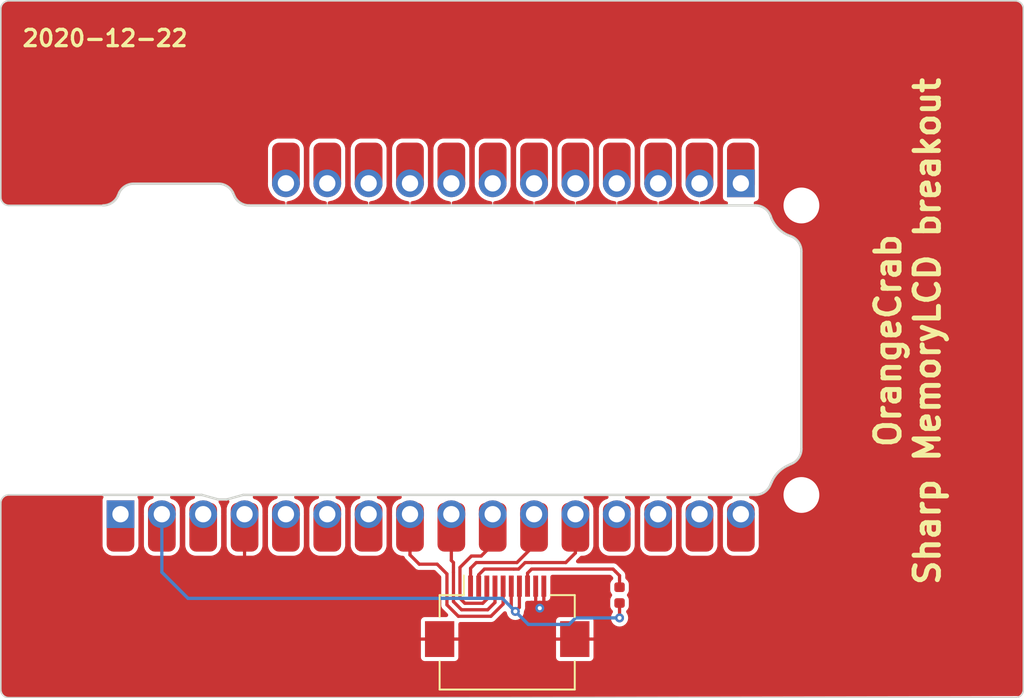
<source format=kicad_pcb>
(kicad_pcb (version 20221018) (generator pcbnew)
  (title_block (title "Sharp Memory LCD Breakout") (date "2020-12-22") (rev "r1.0"))
  (layers (0 "F.Cu" signal) (31 "B.Cu" signal) (34 "B.Paste" user) (35 "F.Paste" user) (36 "B.SilkS" user "B.Silkscreen") (37 "F.SilkS" user "F.Silkscreen") (38 "B.Mask" user) (39 "F.Mask" user) (44 "Edge.Cuts" user))
  (net 0 "")
  (net 1 "GND")
  (net 2 "/rst")
  (net 3 "+3V3")
  (net 4 "/DISP")
  (net 5 "/EXTCOMIN")
  (net 6 "/SCS")
  (net 7 "no_connect_19")
  (net 8 "no_connect_20")
  (net 9 "no_connect_21")
  (net 10 "no_connect_29")
  (net 11 "/sck")
  (net 12 "/mo")
  (net 13 "/sda")
  (net 14 "/scl")
  (net 15 "no_connect_22")
  (net 16 "no_connect_23")
  (net 17 "no_connect_24")
  (net 18 "no_connect_25")
  (net 19 "no_connect_26")
  (net 20 "no_connect_27")
  (net 21 "no_connect_28")
  (net 22 "/usb")
  (net 23 "/en")
  (net 24 "/bat")
  (net 25 "/EXTMODE")
  (net 26 "/mi")
  (net 27 "/rx")
  (net 28 "/tx")
  (net 29 "no_connect_18")
  (footprint "Connector_PinHeader_2.54mm:PinHeader_1x16_P2.54mm_Vertical" (layer "F.Cu") (at 166.35 84.73 90)
    (fp_text reference "J1" hide)
    (fp_text value "Conn_01x16" hide)
    (pad "1" smd roundrect (at -0.8 0 90) (size 3 1.7) (layers "F.Cu" "F.Mask") (net 2 "/rst"))
    (pad "1" thru_hole rect (at 0 0 90) (size 1.7 1.7) (drill 1) (layers "*.Cu" "*.Mask") (net 2 "/rst"))
    (pad "2" smd roundrect (at -0.8 2.54 90) (size 3 1.7) (layers "F.Cu" "F.Mask") (net 3 "+3V3"))
    (pad "2" thru_hole oval (at 0 2.54 90) (size 1.7 1.7) (drill 1) (layers "*.Cu" "*.Mask") (net 3 "+3V3"))
    (pad "3" smd roundrect (at -0.8 5.08 90) (size 3 1.7) (layers "F.Cu" "F.Mask") (net 7 "no_connect_19"))
    (pad "3" thru_hole oval (at 0 5.08 90) (size 1.7 1.7) (drill 1) (layers "*.Cu" "*.Mask") (net 7 "no_connect_19"))
    (pad "4" smd roundrect (at -0.8 7.62 90) (size 3 1.7) (layers "F.Cu" "F.Mask") (net 1 "GND"))
    (pad "4" thru_hole oval (at 0 7.62 90) (size 1.7 1.7) (drill 1) (layers "*.Cu" "*.Mask") (net 1 "GND"))
    (pad "5" smd roundrect (at -0.8 10.16 90) (size 3 1.7) (layers "F.Cu" "F.Mask") (net 8 "no_connect_20"))
    (pad "5" thru_hole oval (at 0 10.16 90) (size 1.7 1.7) (drill 1) (layers "*.Cu" "*.Mask") (net 8 "no_connect_20"))
    (pad "6" smd roundrect (at -0.8 12.7 90) (size 3 1.7) (layers "F.Cu" "F.Mask") (net 9 "no_connect_21"))
    (pad "6" thru_hole oval (at 0 12.7 90) (size 1.7 1.7) (drill 1) (layers "*.Cu" "*.Mask") (net 9 "no_connect_21"))
    (pad "7" smd roundrect (at -0.8 15.24 90) (size 3 1.7) (layers "F.Cu" "F.Mask") (net 15 "no_connect_22"))
    (pad "7" thru_hole oval (at 0 15.24 90) (size 1.7 1.7) (drill 1) (layers "*.Cu" "*.Mask") (net 15 "no_connect_22"))
    (pad "8" smd roundrect (at -0.8 17.78 90) (size 3 1.7) (layers "F.Cu" "F.Mask") (net 4 "/DISP"))
    (pad "8" thru_hole oval (at 0 17.78 90) (size 1.7 1.7) (drill 1) (layers "*.Cu" "*.Mask") (net 4 "/DISP"))
    (pad "9" smd roundrect (at -0.8 20.32 90) (size 3 1.7) (layers "F.Cu" "F.Mask") (net 5 "/EXTCOMIN"))
    (pad "9" thru_hole oval (at 0 20.32 90) (size 1.7 1.7) (drill 1) (layers "*.Cu" "*.Mask") (net 5 "/EXTCOMIN"))
    (pad "10" smd roundrect (at -0.8 22.86 90) (size 3 1.7) (layers "F.Cu" "F.Mask") (net 6 "/SCS"))
    (pad "10" thru_hole oval (at 0 22.86 90) (size 1.7 1.7) (drill 1) (layers "*.Cu" "*.Mask") (net 6 "/SCS"))
    (pad "11" smd roundrect (at -0.8 25.4 90) (size 3 1.7) (layers "F.Cu" "F.Mask") (net 11 "/sck"))
    (pad "11" thru_hole oval (at 0 25.4 90) (size 1.7 1.7) (drill 1) (layers "*.Cu" "*.Mask") (net 11 "/sck"))
    (pad "12" smd roundrect (at -0.8 27.94 90) (size 3 1.7) (layers "F.Cu" "F.Mask") (net 12 "/mo"))
    (pad "12" thru_hole oval (at 0 27.94 90) (size 1.7 1.7) (drill 1) (layers "*.Cu" "*.Mask") (net 12 "/mo"))
    (pad "13" smd roundrect (at -0.8 30.48 90) (size 3 1.7) (layers "F.Cu" "F.Mask") (net 26 "/mi"))
    (pad "13" thru_hole oval (at 0 30.48 90) (size 1.7 1.7) (drill 1) (layers "*.Cu" "*.Mask") (net 26 "/mi"))
    (pad "14" smd roundrect (at -0.8 33.02 90) (size 3 1.7) (layers "F.Cu" "F.Mask") (net 27 "/rx"))
    (pad "14" thru_hole oval (at 0 33.02 90) (size 1.7 1.7) (drill 1) (layers "*.Cu" "*.Mask") (net 27 "/rx"))
    (pad "15" smd roundrect (at -0.8 35.56 90) (size 3 1.7) (layers "F.Cu" "F.Mask") (net 28 "/tx"))
    (pad "15" thru_hole oval (at 0 35.56 90) (size 1.7 1.7) (drill 1) (layers "*.Cu" "*.Mask") (net 28 "/tx"))
    (pad "16" smd roundrect (at -0.8 38.1 90) (size 3 1.7) (layers "F.Cu" "F.Mask") (net 29 "no_connect_18"))
    (pad "16" thru_hole oval (at 0 38.1 90) (size 1.7 1.7) (drill 1) (layers "*.Cu" "*.Mask") (net 29 "no_connect_18"))
  )
  (footprint "MountingHole:MountingHole_2.2mm_M2_DIN965" (layer "F.Cu") (at 208.169999 65.77 90)
    (fp_text reference "REF**" hide)
    (fp_text value "MountingHole_2.2mm_M2_DIN965" hide)
    (pad "" np_thru_hole circle locked (at 0 0 90) (size 2.2 2.2) (drill 2.2) (layers "*.Cu" "*.Mask"))
  )
  (footprint "Connector_FFC-FPC:Hirose_FH12-10S-0.5SH_1x10-1MP_P0.50mm_Horizontal" (layer "F.Cu") (at 190.1 91)
    (fp_text reference "J3" hide)
    (fp_text value "Conn_01x10_MountingPin" hide)
    (fp_line (start -4.15 -1.3) (end -4.15 0.04) (stroke (width 0.12)) (layer "F.SilkS"))
    (fp_line (start -4.15 2.76) (end -4.15 4.5) (stroke (width 0.12)) (layer "F.SilkS"))
    (fp_line (start -4.15 4.5) (end 4.15 4.5) (stroke (width 0.12)) (layer "F.SilkS"))
    (fp_line (start -2.66 -1.3) (end -4.15 -1.3) (stroke (width 0.12)) (layer "F.SilkS"))
    (fp_line (start -2.66 -1.3) (end -2.66 -2.5) (stroke (width 0.12)) (layer "F.SilkS"))
    (fp_line (start 2.66 -1.3) (end 4.15 -1.3) (stroke (width 0.12)) (layer "F.SilkS"))
    (fp_line (start 4.15 -1.3) (end 4.15 0.04) (stroke (width 0.12)) (layer "F.SilkS"))
    (fp_line (start 4.15 4.5) (end 4.15 2.76) (stroke (width 0.12)) (layer "F.SilkS"))
    (pad "1" smd rect (at -2.25 -1.85) (size 0.3 1.3) (layers "F.Cu" "F.Paste" "F.Mask") (net 11 "/sck"))
    (pad "2" smd rect (at -1.75 -1.85) (size 0.3 1.3) (layers "F.Cu" "F.Paste" "F.Mask") (net 12 "/mo"))
    (pad "3" smd rect (at -1.25 -1.85) (size 0.3 1.3) (layers "F.Cu" "F.Paste" "F.Mask") (net 6 "/SCS"))
    (pad "4" smd rect (at -0.75 -1.85) (size 0.3 1.3) (layers "F.Cu" "F.Paste" "F.Mask") (net 5 "/EXTCOMIN"))
    (pad "5" smd rect (at -0.25 -1.85) (size 0.3 1.3) (layers "F.Cu" "F.Paste" "F.Mask") (net 4 "/DISP"))
    (pad "6" smd rect (at 0.25 -1.85) (size 0.3 1.3) (layers "F.Cu" "F.Paste" "F.Mask") (net 3 "+3V3"))
    (pad "7" smd rect (at 0.75 -1.85) (size 0.3 1.3) (layers "F.Cu" "F.Paste" "F.Mask") (net 3 "+3V3"))
    (pad "8" smd rect (at 1.25 -1.85) (size 0.3 1.3) (layers "F.Cu" "F.Paste" "F.Mask") (net 25 "/EXTMODE"))
    (pad "9" smd rect (at 1.75 -1.85) (size 0.3 1.3) (layers "F.Cu" "F.Paste" "F.Mask") (net 1 "GND"))
    (pad "10" smd rect (at 2.25 -1.85) (size 0.3 1.3) (layers "F.Cu" "F.Paste" "F.Mask") (net 1 "GND"))
    (pad "MP" smd rect (at -4.15 1.4) (size 1.8 2.2) (layers "F.Cu" "F.Paste" "F.Mask") (net 1 "GND"))
    (pad "MP" smd rect (at 4.15 1.4) (size 1.8 2.2) (layers "F.Cu" "F.Paste" "F.Mask") (net 1 "GND"))
  )
  (footprint "Resistor_SMD:R_0402_1005Metric" (layer "F.Cu") (at 197 89.7 90)
    (fp_text reference "R1" hide)
    (fp_text value "0R" hide)
    (pad "1" smd roundrect (at -0.485 0 90) (size 0.59 0.64) (layers "F.Cu" "F.Paste" "F.Mask") (net 3 "+3V3"))
    (pad "2" smd roundrect (at 0.485 0 90) (size 0.59 0.64) (layers "F.Cu" "F.Paste" "F.Mask") (net 25 "/EXTMODE"))
  )
  (footprint "MountingHole:MountingHole_2.2mm_M2_DIN965" (layer "F.Cu") (at 208.17 83.55 90)
    (fp_text reference "REF**" hide)
    (fp_text value "MountingHole_2.2mm_M2_DIN965" hide)
    (pad "" np_thru_hole circle locked (at 0 0 90) (size 2.2 2.2) (drill 2.2) (layers "*.Cu" "*.Mask"))
  )
  (footprint "Connector_PinHeader_2.54mm:PinHeader_1x12_P2.54mm_Vertical" (layer "F.Cu") (at 204.45 64.41 -90)
    (fp_text reference "J2" hide)
    (fp_text value "Conn_01x12" hide)
    (pad "1" smd roundrect (at -1 0 270) (size 3 1.7) (layers "F.Cu" "F.Mask") (net 13 "/sda"))
    (pad "1" thru_hole rect (at 0 0 270) (size 1.7 1.7) (drill 1) (layers "*.Cu" "*.Mask") (net 13 "/sda"))
    (pad "2" smd roundrect (at -1 2.54 270) (size 3 1.7) (layers "F.Cu" "F.Mask") (net 14 "/scl"))
    (pad "2" thru_hole oval (at 0 2.54 270) (size 1.7 1.7) (drill 1) (layers "*.Cu" "*.Mask") (net 14 "/scl"))
    (pad "3" smd roundrect (at -1 5.08 270) (size 3 1.7) (layers "F.Cu" "F.Mask") (net 16 "no_connect_23"))
    (pad "3" thru_hole oval (at 0 5.08 270) (size 1.7 1.7) (drill 1) (layers "*.Cu" "*.Mask") (net 16 "no_connect_23"))
    (pad "4" smd roundrect (at -1 7.62 270) (size 3 1.7) (layers "F.Cu" "F.Mask") (net 17 "no_connect_24"))
    (pad "4" thru_hole oval (at 0 7.62 270) (size 1.7 1.7) (drill 1) (layers "*.Cu" "*.Mask") (net 17 "no_connect_24"))
    (pad "5" smd roundrect (at -1 10.16 270) (size 3 1.7) (layers "F.Cu" "F.Mask") (net 18 "no_connect_25"))
    (pad "5" thru_hole oval (at 0 10.16 270) (size 1.7 1.7) (drill 1) (layers "*.Cu" "*.Mask") (net 18 "no_connect_25"))
    (pad "6" smd roundrect (at -1 12.7 270) (size 3 1.7) (layers "F.Cu" "F.Mask") (net 19 "no_connect_26"))
    (pad "6" thru_hole oval (at 0 12.7 270) (size 1.7 1.7) (drill 1) (layers "*.Cu" "*.Mask") (net 19 "no_connect_26"))
    (pad "7" smd roundrect (at -1 15.24 270) (size 3 1.7) (layers "F.Cu" "F.Mask") (net 20 "no_connect_27"))
    (pad "7" thru_hole oval (at 0 15.24 270) (size 1.7 1.7) (drill 1) (layers "*.Cu" "*.Mask") (net 20 "no_connect_27"))
    (pad "8" smd roundrect (at -1 17.78 270) (size 3 1.7) (layers "F.Cu" "F.Mask") (net 21 "no_connect_28"))
    (pad "8" thru_hole oval (at 0 17.78 270) (size 1.7 1.7) (drill 1) (layers "*.Cu" "*.Mask") (net 21 "no_connect_28"))
    (pad "9" smd roundrect (at -1 20.32 270) (size 3 1.7) (layers "F.Cu" "F.Mask") (net 10 "no_connect_29"))
    (pad "9" thru_hole oval (at 0 20.32 270) (size 1.7 1.7) (drill 1) (layers "*.Cu" "*.Mask") (net 10 "no_connect_29"))
    (pad "10" smd roundrect (at -1 22.86 270) (size 3 1.7) (layers "F.Cu" "F.Mask") (net 22 "/usb"))
    (pad "10" thru_hole oval (at 0 22.86 270) (size 1.7 1.7) (drill 1) (layers "*.Cu" "*.Mask") (net 22 "/usb"))
    (pad "11" smd roundrect (at -1 25.4 270) (size 3 1.7) (layers "F.Cu" "F.Mask") (net 23 "/en"))
    (pad "11" thru_hole oval (at 0 25.4 270) (size 1.7 1.7) (drill 1) (layers "*.Cu" "*.Mask") (net 23 "/en"))
    (pad "12" smd roundrect (at -1 27.94 270) (size 3 1.7) (layers "F.Cu" "F.Mask") (net 24 "/bat"))
    (pad "12" thru_hole oval (at 0 27.94 270) (size 1.7 1.7) (drill 1) (layers "*.Cu" "*.Mask") (net 24 "/bat"))
  )
  (gr_line (start 159.5 65.7639) (end 165.278427 65.7639) (stroke (width 0.1)) (layer "Edge.Cuts"))
  (gr_line (start 166.196468 65.160386) (end 166.273051 64.97655) (stroke (width 0.15)) (layer "Edge.Cuts"))
  (gr_arc (start 206.343213 82.756243) (mid 206.748749 82.151923) (end 207.3445 81.7339) (stroke (width 0.15)) (layer "Edge.Cuts"))
  (gr_line (start 165.278426 83.5439) (end 159.5 83.5439) (stroke (width 0.1)) (layer "Edge.Cuts"))
  (gr_line (start 208.169999 80.715474) (end 208.169999 68.592329) (stroke (width 0.15)) (layer "Edge.Cuts"))
  (gr_line (start 221.8 95.5) (end 221.8 53.7) (stroke (width 0.1)) (layer "Edge.Cuts"))
  (gr_line (start 171.34 83.5439) (end 172.364 83.8294) (stroke (width 0.15)) (layer "Edge.Cuts"))
  (gr_line (start 206.343212 82.756244) (end 206.284381 82.877233) (stroke (width 0.15)) (layer "Edge.Cuts"))
  (gr_line (start 165.278426 83.5439) (end 171.34 83.5439) (stroke (width 0.15)) (layer "Edge.Cuts"))
  (gr_line (start 205.341571 65.7639) (end 174.251308 65.763568) (stroke (width 0.15)) (layer "Edge.Cuts"))
  (gr_arc (start 205.341573 65.7639) (mid 205.918923 65.947404) (end 206.284381 66.430568) (stroke (width 0.15)) (layer "Edge.Cuts"))
  (gr_arc (start 208.170001 80.715474) (mid 207.986497 81.292825) (end 207.503333 81.658283) (stroke (width 0.15)) (layer "Edge.Cuts"))
  (gr_line (start 207.503334 67.649519) (end 207.337743 67.588212) (stroke (width 0.15)) (layer "Edge.Cuts"))
  (gr_arc (start 221.300001 53.199999) (mid 221.653554 53.346446) (end 221.8 53.7) (stroke (width 0.1)) (layer "Edge.Cuts"))
  (gr_line (start 221.3 53.2) (end 159.5 53.2) (stroke (width 0.1)) (layer "Edge.Cuts"))
  (gr_arc (start 207.503334 67.64952) (mid 207.986497 68.014979) (end 208.169999 68.592329) (stroke (width 0.15)) (layer "Edge.Cuts"))
  (gr_line (start 172.864 83.8294) (end 173.88712 83.5439) (stroke (width 0.15)) (layer "Edge.Cuts"))
  (gr_line (start 173.36537 65.227371) (end 173.250201 64.96718) (stroke (width 0.15)) (layer "Edge.Cuts"))
  (gr_line (start 167.164045 64.430566) (end 172.364045 64.430567) (stroke (width 0.15)) (layer "Edge.Cuts"))
  (gr_arc (start 159.500001 96.000001) (mid 159.146448 95.853554) (end 159.000001 95.500001) (stroke (width 0.1)) (layer "Edge.Cuts"))
  (gr_line (start 206.3285 66.5574) (end 206.284381 66.430568) (stroke (width 0.15)) (layer "Edge.Cuts"))
  (gr_arc (start 172.364045 64.430567) (mid 172.882028 64.575176) (end 173.250201 64.96718) (stroke (width 0.15)) (layer "Edge.Cuts"))
  (gr_arc (start 174.251308 65.763568) (mid 173.733526 65.61908) (end 173.36537 65.227371) (stroke (width 0.15)) (layer "Edge.Cuts"))
  (gr_arc (start 206.284381 82.877233) (mid 205.918922 83.360396) (end 205.341572 83.5439) (stroke (width 0.15)) (layer "Edge.Cuts"))
  (gr_line (start 159 84.0439) (end 159.000001 95.500001) (stroke (width 0.1)) (layer "Edge.Cuts"))
  (gr_arc (start 159.5 65.7639) (mid 159.146447 65.617453) (end 159 65.2639) (stroke (width 0.1)) (layer "Edge.Cuts"))
  (gr_arc (start 159 84.0439) (mid 159.146447 83.690347) (end 159.5 83.5439) (stroke (width 0.1)) (layer "Edge.Cuts"))
  (gr_arc (start 166.196468 65.160386) (mid 165.827751 65.59951) (end 165.278427 65.7639) (stroke (width 0.15)) (layer "Edge.Cuts"))
  (gr_arc (start 166.27305 64.976551) (mid 166.641558 64.577918) (end 167.164045 64.430566) (stroke (width 0.15)) (layer "Edge.Cuts"))
  (gr_line (start 173.88712 83.5439) (end 205.341572 83.5439) (stroke (width 0.15)) (layer "Edge.Cuts"))
  (gr_arc (start 158.999999 53.699999) (mid 159.146446 53.346446) (end 159.5 53.2) (stroke (width 0.1)) (layer "Edge.Cuts"))
  (gr_line (start 159.5 96) (end 221.3 96) (stroke (width 0.1)) (layer "Edge.Cuts"))
  (gr_line (start 159 53.7) (end 159 65.2639) (stroke (width 0.1)) (layer "Edge.Cuts"))
  (gr_arc (start 207.337743 67.588212) (mid 206.73721 67.166711) (end 206.3285 66.5574) (stroke (width 0.15)) (layer "Edge.Cuts"))
  (gr_arc (start 221.800001 95.500001) (mid 221.653554 95.853554) (end 221.3 96) (stroke (width 0.1)) (layer "Edge.Cuts"))
  (gr_line (start 207.503333 81.658283) (end 207.3445 81.7339) (stroke (width 0.15)) (layer "Edge.Cuts"))
  (gr_line (start 172.364 83.8294) (end 172.864 83.8294) (stroke (width 0.15)) (layer "Edge.Cuts"))
  (gr_text "2020-12-22" (at 165.4 55.5) (layer "F.SilkS") (effects (font (size 1 1) (thickness 0.2))))
  (gr_text "OrangeCrab \nSharp MemoryLCD breakout" (at 214.7 73.5 90) (layer "F.SilkS") (effects (font (size 1.5 1.5) (thickness 0.3))))
  (segment (start 192.35 90.25) (end 192.1 90.5) (width 0.2) (layer "F.Cu") (net 1))
  (segment (start 194.25 92.4) (end 196.5 92.4) (width 0.2) (layer "F.Cu") (net 1))
  (segment (start 192.35 89.15) (end 192.35 90.25) (width 0.2) (layer "F.Cu") (net 1))
  (segment (start 173.97 84.73) (end 173.97 87.67) (width 0.2) (layer "F.Cu") (net 1))
  (segment (start 185.95 92.4) (end 183.5 92.4) (width 0.2) (layer "F.Cu") (net 1))
  (segment (start 185.95 92.4) (end 194.25 92.4) (width 0.2) (layer "F.Cu") (net 1))
  (segment (start 191.85 89.15) (end 191.85 90.25) (width 0.2) (layer "F.Cu") (net 1))
  (segment (start 191.85 90.25) (end 192.1 90.5) (width 0.2) (layer "F.Cu") (net 1))
  (via (at 192.1 90.5) (size 0.55) (drill 0.25) (layers "F.Cu" "B.Cu") (net 1))
  (segment (start 197 90.185) (end 197 91.1) (width 0.2) (layer "F.Cu") (net 3))
  (segment (start 190.85 90.45) (end 190.6 90.7) (width 0.2) (layer "F.Cu") (net 3))
  (segment (start 190.35 90.45) (end 190.6 90.7) (width 0.2) (layer "F.Cu") (net 3))
  (segment (start 190.85 89.15) (end 190.85 90.45) (width 0.2) (layer "F.Cu") (net 3))
  (segment (start 190.35 89.15) (end 190.35 90.45) (width 0.2) (layer "F.Cu") (net 3))
  (via (at 190.6 90.7) (size 0.55) (drill 0.25) (layers "F.Cu" "B.Cu") (net 3))
  (via (at 197 91.1) (size 0.55) (drill 0.25) (layers "F.Cu" "B.Cu") (net 3))
  (segment (start 170.5 89.9) (end 168.89 88.29) (width 0.2) (layer "B.Cu") (net 3))
  (segment (start 191.4 91.5) (end 190.6 90.7) (width 0.2) (layer "B.Cu") (net 3))
  (segment (start 189.8 89.9) (end 170.5 89.9) (width 0.2) (layer "B.Cu") (net 3))
  (segment (start 194.3 91.1) (end 193.9 91.5) (width 0.2) (layer "B.Cu") (net 3))
  (segment (start 193.9 91.5) (end 191.4 91.5) (width 0.2) (layer "B.Cu") (net 3))
  (segment (start 197 91.1) (end 194.3 91.1) (width 0.2) (layer "B.Cu") (net 3))
  (segment (start 168.89 88.29) (end 168.89 84.73) (width 0.2) (layer "B.Cu") (net 3))
  (segment (start 190.6 90.7) (end 189.8 89.9) (width 0.2) (layer "B.Cu") (net 3))
  (segment (start 189.85 89.15) (end 189.85 90.25) (width 0.2) (layer "F.Cu") (net 4))
  (segment (start 184.13 87.23) (end 184.13 85.53) (width 0.2) (layer "F.Cu") (net 4))
  (segment (start 189.85 90.25) (end 189.1 91) (width 0.2) (layer "F.Cu") (net 4))
  (segment (start 186 88) (end 185.8 87.8) (width 0.2) (layer "F.Cu") (net 4))
  (segment (start 189.1 91) (end 187.1 91) (width 0.2) (layer "F.Cu") (net 4))
  (segment (start 185.8 87.8) (end 184.7 87.8) (width 0.2) (layer "F.Cu") (net 4))
  (segment (start 184.7 87.8) (end 184.13 87.23) (width 0.2) (layer "F.Cu") (net 4))
  (segment (start 186.4 88.4) (end 186 88) (width 0.2) (layer "F.Cu") (net 4))
  (segment (start 187.1 91) (end 186.4 90.3) (width 0.2) (layer "F.Cu") (net 4))
  (segment (start 186.4 90.3) (end 186.4 88.4) (width 0.2) (layer "F.Cu") (net 4))
  (segment (start 189.35 90.15) (end 188.9 90.6) (width 0.2) (layer "F.Cu") (net 5))
  (segment (start 188.9 90.6) (end 187.3 90.6) (width 0.2) (layer "F.Cu") (net 5))
  (segment (start 186.67 87.57) (end 186.67 85.53) (width 0.2) (layer "F.Cu") (net 5))
  (segment (start 187.3 90.6) (end 186.8 90.1) (width 0.2) (layer "F.Cu") (net 5))
  (segment (start 186.8 87.7) (end 186.67 87.57) (width 0.2) (layer "F.Cu") (net 5))
  (segment (start 186.8 90.1) (end 186.8 88.3) (width 0.2) (layer "F.Cu") (net 5))
  (segment (start 186.8 88.3) (end 186.8 87.7) (width 0.2) (layer "F.Cu") (net 5))
  (segment (start 189.35 89.15) (end 189.35 90.15) (width 0.2) (layer "F.Cu") (net 5))
  (segment (start 187.2 88) (end 187.9 87.3) (width 0.2) (layer "F.Cu") (net 6))
  (segment (start 187.9 87.3) (end 188.5 87.3) (width 0.2) (layer "F.Cu") (net 6))
  (segment (start 189.21 86.59) (end 189.21 85.53) (width 0.2) (layer "F.Cu") (net 6))
  (segment (start 188.5 87.3) (end 189.21 86.59) (width 0.2) (layer "F.Cu") (net 6))
  (segment (start 187.5 90.2) (end 187.2 89.9) (width 0.2) (layer "F.Cu") (net 6))
  (segment (start 188.6 90.2) (end 187.5 90.2) (width 0.2) (layer "F.Cu") (net 6))
  (segment (start 188.85 89.95) (end 188.6 90.2) (width 0.2) (layer "F.Cu") (net 6))
  (segment (start 188.85 89.15) (end 188.85 89.95) (width 0.2) (layer "F.Cu") (net 6))
  (segment (start 187.2 89.9) (end 187.2 88) (width 0.2) (layer "F.Cu") (net 6))
  (segment (start 190.7 87.7) (end 191.75 86.65) (width 0.2) (layer "F.Cu") (net 11))
  (segment (start 187.85 88.05) (end 188.2 87.7) (width 0.2) (layer "F.Cu") (net 11))
  (segment (start 188.2 87.7) (end 190.7 87.7) (width 0.2) (layer "F.Cu") (net 11))
  (segment (start 191.75 86.65) (end 191.75 85.53) (width 0.2) (layer "F.Cu") (net 11))
  (segment (start 187.85 88.05) (end 187.85 89.15) (width 0.2) (layer "F.Cu") (net 11))
  (segment (start 190.8 88.1) (end 191.2 87.7) (width 0.2) (layer "F.Cu") (net 12))
  (segment (start 193.7 87.7) (end 194.29 87.11) (width 0.2) (layer "F.Cu") (net 12))
  (segment (start 191.6 87.7) (end 193.7 87.7) (width 0.2) (layer "F.Cu") (net 12))
  (segment (start 188.7 88.1) (end 190.5 88.1) (width 0.2) (layer "F.Cu") (net 12))
  (segment (start 191.2 87.7) (end 191.6 87.7) (width 0.2) (layer "F.Cu") (net 12))
  (segment (start 194.29 87.11) (end 194.29 85.53) (width 0.2) (layer "F.Cu") (net 12))
  (segment (start 190.5 88.1) (end 190.8 88.1) (width 0.2) (layer "F.Cu") (net 12))
  (segment (start 188.35 88.45) (end 188.7 88.1) (width 0.2) (layer "F.Cu") (net 12))
  (segment (start 188.35 89.15) (end 188.35 88.45) (width 0.2) (layer "F.Cu") (net 12))
  (segment (start 197 88.5) (end 197 89.215) (width 0.2) (layer "F.Cu") (net 25))
  (segment (start 191.35 89.15) (end 191.35 88.35) (width 0.2) (layer "F.Cu") (net 25))
  (segment (start 191.6 88.1) (end 196.6 88.1) (width 0.2) (layer "F.Cu") (net 25))
  (segment (start 196.6 88.1) (end 196.75 88.25) (width 0.2) (layer "F.Cu") (net 25))
  (segment (start 191.35 88.35) (end 191.6 88.1) (width 0.2) (layer "F.Cu") (net 25))
  (segment (start 196.75 88.25) (end 197 88.5) (width 0.2) (layer "F.Cu") (net 25))
  (zone (net 1) (net_name "GND") (layer "F.Cu") (connect_pads no (clearance 0.25)) (min_thickness 0.25) (fill yes (thermal_gap 0.25) (thermal_bridge_width 0.25))
    (polygon (pts (xy 159 53.2) (xy 221.8 53.2) (xy 221.8 95.9) (xy 159 96)))
  )
)
</source>
